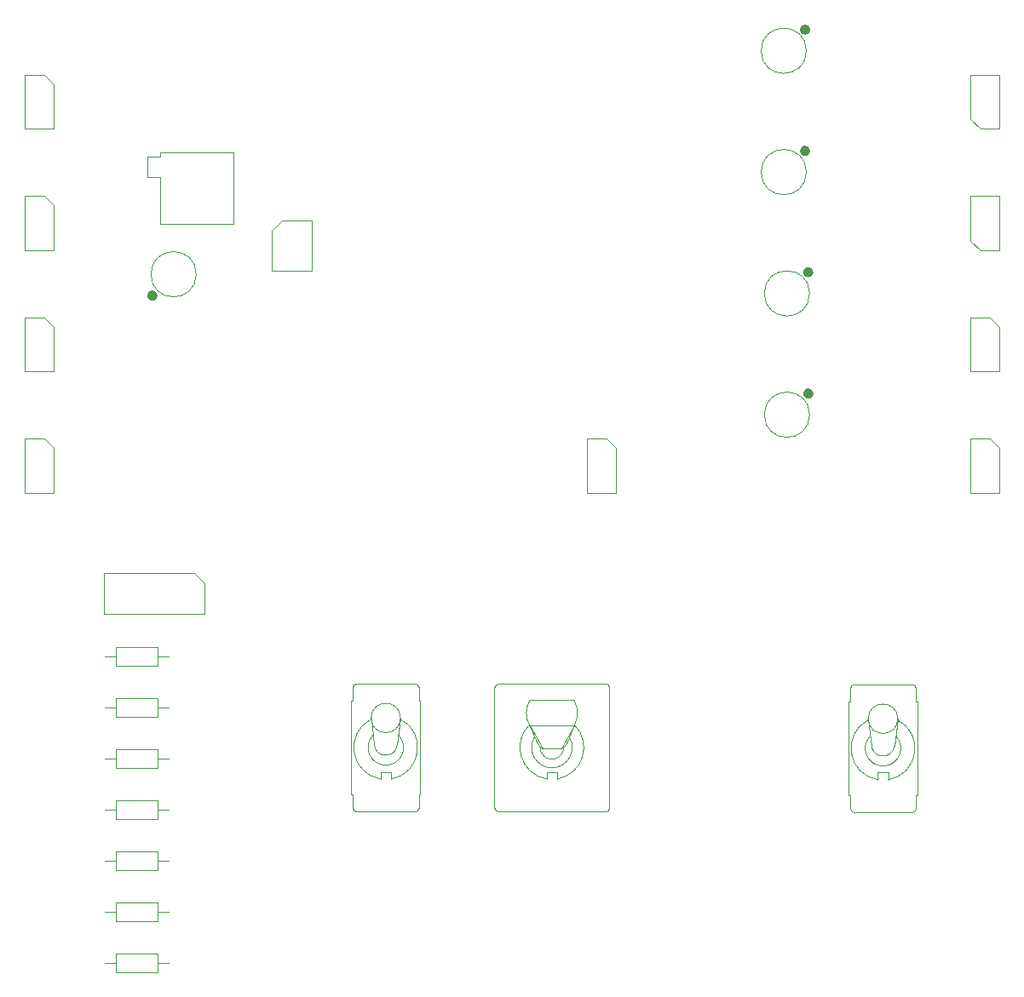
<source format=gbr>
G04 DipTrace 4.3.0.5*
G04 TopAssembly.gbr*
%MOMM*%
G04 #@! TF.FileFunction,Drawing,Top*
G04 #@! TF.Part,Single*
%ADD13C,0.12*%
%FSLAX35Y35*%
G04*
G71*
G90*
G75*
G01*
G04 TopAssy*
%LPD*%
X-4651000Y4461000D2*
D13*
X-4556000Y4366000D1*
Y3921000D1*
X-4842000D1*
Y4461000D1*
X-4651000D1*
X-1402247Y-1935553D2*
G02X-1402247Y-1935553I146000J0D01*
G01*
X-1386480Y-2110427D2*
G03X-1128413Y-2107853I130234J-119126D01*
G01*
X-913247Y-2229553D2*
Y-2696953D1*
X-926247D1*
Y-2823953D1*
X-937947Y-2852653D1*
X-966247Y-2864553D1*
X-1546247D1*
X-1574547Y-2852653D1*
X-1586247Y-2823953D1*
Y-2696953D1*
X-1599247D1*
Y-2229553D1*
Y-1762153D1*
X-1586247D1*
Y-1635153D1*
X-1574547Y-1606453D1*
X-1546247Y-1594553D1*
X-966247D1*
X-937947Y-1606453D1*
X-926247Y-1635153D1*
Y-1762153D1*
X-913247D1*
Y-2229553D1*
X-1402663Y-1947830D2*
G03X-1307260Y-2542930I146418J-281724D01*
G01*
X-1205260Y-2542773D2*
G03X-1113577Y-1946090I-50988J313220D01*
G01*
X-1307247Y-2542853D2*
Y-2471853D1*
X-1205247D1*
Y-2542853D1*
X-1370900Y-2199353D2*
G03X-1142247Y-2206553I114654J6799D01*
G01*
X-1370247D2*
X-1402247Y-1935553D1*
X-1142247Y-2206553D2*
X-1110247Y-1935553D1*
X170317Y-2004977D2*
G03X343740Y-2542930I224437J-224577D01*
G01*
X445740Y-2542773D2*
G03X620273Y-2006290I-50988J313220D01*
G01*
X343753Y-2542853D2*
Y-2471853D1*
X445753D1*
Y-2542853D1*
X221143Y-2126287D2*
G03X570323Y-2129660I173609J-103266D01*
G01*
X277600Y-2222110D2*
G03X512057Y-2224983I117155J-7445D01*
G01*
X490053Y-2239130D2*
X614753Y-2013380D1*
X174753D1*
X299453Y-2239130D1*
X490053D1*
X299463Y-2239170D2*
X272687Y-2218320D1*
X257187Y-2200120D1*
X249487Y-2187520D1*
X242787Y-2173620D1*
X170443Y-2005137D1*
X489443Y-2238573D2*
X516193Y-2217747D1*
X531693Y-2199547D1*
X539393Y-2186947D1*
X546093Y-2173047D1*
X619663Y-2005733D1*
X173217Y-1762590D2*
G03X173153Y-2010403I219929J-123963D01*
G01*
X616290Y-2010517D2*
G03X616353Y-1762703I-219929J123963D01*
G01*
X174753Y-1759553D2*
X614753D1*
X966253Y-2229553D2*
Y-2696553D1*
Y-2823553D1*
X954753Y-2852553D1*
X925753Y-2864553D1*
X-136247D1*
X-165247Y-2852553D1*
X-176747Y-2823553D1*
Y-2229553D1*
Y-1762553D1*
Y-1635553D1*
X-165247Y-1606553D1*
X-136247Y-1594553D1*
X925753D1*
X954753Y-1606553D1*
X966253Y-1635553D1*
Y-2229553D1*
X-3056000Y-898500D2*
X-4056000D1*
Y-498500D1*
X-3156000D1*
X-3056000Y-598500D1*
Y-898500D1*
X-3937747Y-1230753D2*
Y-1420753D1*
X-3527747D1*
Y-1230753D1*
X-3937747D1*
X-4052747Y-1325753D2*
X-3937747D1*
X-3527747D2*
X-3412747D1*
X-3937747Y-1738753D2*
Y-1928753D1*
X-3527747D1*
Y-1738753D1*
X-3937747D1*
X-4052747Y-1833753D2*
X-3937747D1*
X-3527747D2*
X-3412747D1*
X-3937747Y-2246753D2*
Y-2436753D1*
X-3527747D1*
Y-2246753D1*
X-3937747D1*
X-4052747Y-2341753D2*
X-3937747D1*
X-3527747D2*
X-3412747D1*
X-3937747Y-2754753D2*
Y-2944753D1*
X-3527747D1*
Y-2754753D1*
X-3937747D1*
X-4052747Y-2849753D2*
X-3937747D1*
X-3527747D2*
X-3412747D1*
X-3937747Y-3262753D2*
Y-3452753D1*
X-3527747D1*
Y-3262753D1*
X-3937747D1*
X-4052747Y-3357753D2*
X-3937747D1*
X-3527747D2*
X-3412747D1*
X-3937747Y-3770753D2*
Y-3960753D1*
X-3527747D1*
Y-3770753D1*
X-3937747D1*
X-4052747Y-3865753D2*
X-3937747D1*
X-3527747D2*
X-3412747D1*
X-3937747Y-4278753D2*
Y-4468753D1*
X-3527747D1*
Y-4278753D1*
X-3937747D1*
X-4052747Y-4373753D2*
X-3937747D1*
X-3527747D2*
X-3412747D1*
X3539267Y-1943300D2*
G02X3539267Y-1943300I146000J0D01*
G01*
X3555033Y-2118173D2*
G03X3813100Y-2115600I130234J-119126D01*
G01*
X4028267Y-2237300D2*
Y-2704700D1*
X4015267D1*
Y-2831700D1*
X4003567Y-2860400D1*
X3975267Y-2872300D1*
X3395267D1*
X3366967Y-2860400D1*
X3355267Y-2831700D1*
Y-2704700D1*
X3342267D1*
Y-2237300D1*
Y-1769900D1*
X3355267D1*
Y-1642900D1*
X3366967Y-1614200D1*
X3395267Y-1602300D1*
X3975267D1*
X4003567Y-1614200D1*
X4015267Y-1642900D1*
Y-1769900D1*
X4028267D1*
Y-2237300D1*
X3538850Y-1955577D2*
G03X3634253Y-2550677I146418J-281724D01*
G01*
X3736253Y-2550520D2*
G03X3827937Y-1953837I-50988J313220D01*
G01*
X3634267Y-2550600D2*
Y-2479600D1*
X3736267D1*
Y-2550600D1*
X3570613Y-2207100D2*
G03X3799267Y-2214300I114654J6799D01*
G01*
X3571267D2*
X3539267Y-1943300D1*
X3799267Y-2214300D2*
X3831267Y-1943300D1*
X-4651000Y3254500D2*
X-4556000Y3159500D1*
Y2714500D1*
X-4842000D1*
Y3254500D1*
X-4651000D1*
X2473750Y3492500D2*
G02X2473750Y3492500I225000J0D01*
G01*
G36*
X2910177Y3753927D2*
X2916703Y3753499D1*
X2923118Y3752223D1*
X2929311Y3750121D1*
X2935177Y3747228D1*
X2940615Y3743594D1*
X2945532Y3739282D1*
X2949844Y3734365D1*
X2953478Y3728927D1*
X2956371Y3723061D1*
X2958473Y3716868D1*
X2959749Y3710453D1*
X2960177Y3703927D1*
X2959749Y3697400D1*
X2958473Y3690986D1*
X2956371Y3684792D1*
X2953478Y3678927D1*
X2949844Y3673489D1*
X2945532Y3668571D1*
X2940615Y3664259D1*
X2935177Y3660625D1*
X2929311Y3657733D1*
X2923118Y3655630D1*
X2916703Y3654354D1*
X2910177Y3653927D1*
D1*
X2903650Y3654354D1*
X2897236Y3655630D1*
X2891042Y3657733D1*
X2885177Y3660625D1*
X2879739Y3664259D1*
X2874821Y3668571D1*
X2870509Y3673489D1*
X2866875Y3678927D1*
X2863983Y3684792D1*
X2861880Y3690986D1*
X2860604Y3697400D1*
X2860177Y3703927D1*
X2860604Y3710453D1*
X2861880Y3716868D1*
X2863983Y3723061D1*
X2866875Y3728927D1*
X2870509Y3734365D1*
X2874821Y3739282D1*
X2879739Y3743594D1*
X2885177Y3747228D1*
X2891042Y3750121D1*
X2897236Y3752223D1*
X2903650Y3753499D1*
X2910177Y3753927D1*
D1*
G37*
X2505500Y1079500D2*
D13*
G02X2505500Y1079500I225000J0D01*
G01*
G36*
X2941927Y1340927D2*
X2948453Y1340499D1*
X2954868Y1339223D1*
X2961061Y1337121D1*
X2966927Y1334228D1*
X2972365Y1330594D1*
X2977282Y1326282D1*
X2981594Y1321365D1*
X2985228Y1315927D1*
X2988121Y1310061D1*
X2990223Y1303868D1*
X2991499Y1297453D1*
X2991927Y1290927D1*
X2991499Y1284400D1*
X2990223Y1277986D1*
X2988121Y1271792D1*
X2985228Y1265927D1*
X2981594Y1260489D1*
X2977282Y1255571D1*
X2972365Y1251259D1*
X2966927Y1247625D1*
X2961061Y1244733D1*
X2954868Y1242630D1*
X2948453Y1241354D1*
X2941927Y1240927D1*
D1*
X2935400Y1241354D1*
X2928986Y1242630D1*
X2922792Y1244733D1*
X2916927Y1247625D1*
X2911489Y1251259D1*
X2906571Y1255571D1*
X2902259Y1260489D1*
X2898625Y1265927D1*
X2895733Y1271792D1*
X2893630Y1277986D1*
X2892354Y1284400D1*
X2891927Y1290927D1*
X2892354Y1297453D1*
X2893630Y1303868D1*
X2895733Y1310061D1*
X2898625Y1315927D1*
X2902259Y1321365D1*
X2906571Y1326282D1*
X2911489Y1330594D1*
X2916927Y1334228D1*
X2922792Y1337121D1*
X2928986Y1339223D1*
X2935400Y1340499D1*
X2941927Y1340927D1*
D1*
G37*
X2473750Y4699000D2*
D13*
G02X2473750Y4699000I225000J0D01*
G01*
G36*
X2910177Y4960427D2*
X2916703Y4959999D1*
X2923118Y4958723D1*
X2929311Y4956621D1*
X2935177Y4953728D1*
X2940615Y4950094D1*
X2945532Y4945782D1*
X2949844Y4940865D1*
X2953478Y4935427D1*
X2956371Y4929561D1*
X2958473Y4923368D1*
X2959749Y4916953D1*
X2960177Y4910427D1*
X2959749Y4903900D1*
X2958473Y4897486D1*
X2956371Y4891292D1*
X2953478Y4885427D1*
X2949844Y4879989D1*
X2945532Y4875071D1*
X2940615Y4870759D1*
X2935177Y4867125D1*
X2929311Y4864233D1*
X2923118Y4862130D1*
X2916703Y4860854D1*
X2910177Y4860427D1*
D1*
X2903650Y4860854D1*
X2897236Y4862130D1*
X2891042Y4864233D1*
X2885177Y4867125D1*
X2879739Y4870759D1*
X2874821Y4875071D1*
X2870509Y4879989D1*
X2866875Y4885427D1*
X2863983Y4891292D1*
X2861880Y4897486D1*
X2860604Y4903900D1*
X2860177Y4910427D1*
X2860604Y4916953D1*
X2861880Y4923368D1*
X2863983Y4929561D1*
X2866875Y4935427D1*
X2870509Y4940865D1*
X2874821Y4945782D1*
X2879739Y4950094D1*
X2885177Y4953728D1*
X2891042Y4956621D1*
X2897236Y4958723D1*
X2903650Y4959999D1*
X2910177Y4960427D1*
D1*
G37*
X2505500Y2286000D2*
D13*
G02X2505500Y2286000I225000J0D01*
G01*
G36*
X2941927Y2547427D2*
X2948453Y2546999D1*
X2954868Y2545723D1*
X2961061Y2543621D1*
X2966927Y2540728D1*
X2972365Y2537094D1*
X2977282Y2532782D1*
X2981594Y2527865D1*
X2985228Y2522427D1*
X2988121Y2516561D1*
X2990223Y2510368D1*
X2991499Y2503953D1*
X2991927Y2497427D1*
X2991499Y2490900D1*
X2990223Y2484486D1*
X2988121Y2478292D1*
X2985228Y2472427D1*
X2981594Y2466989D1*
X2977282Y2462071D1*
X2972365Y2457759D1*
X2966927Y2454125D1*
X2961061Y2451233D1*
X2954868Y2449130D1*
X2948453Y2447854D1*
X2941927Y2447427D1*
D1*
X2935400Y2447854D1*
X2928986Y2449130D1*
X2922792Y2451233D1*
X2916927Y2454125D1*
X2911489Y2457759D1*
X2906571Y2462071D1*
X2902259Y2466989D1*
X2898625Y2472427D1*
X2895733Y2478292D1*
X2893630Y2484486D1*
X2892354Y2490900D1*
X2891927Y2497427D1*
X2892354Y2503953D1*
X2893630Y2510368D1*
X2895733Y2516561D1*
X2898625Y2522427D1*
X2902259Y2527865D1*
X2906571Y2532782D1*
X2911489Y2537094D1*
X2916927Y2540728D1*
X2922792Y2543621D1*
X2928986Y2545723D1*
X2935400Y2546999D1*
X2941927Y2547427D1*
D1*
G37*
X4651000Y2714500D2*
D13*
X4556000Y2809500D1*
Y3254500D1*
X4842000D1*
Y2714500D1*
X4651000D1*
X-4651000Y2048000D2*
X-4556000Y1953000D1*
Y1508000D1*
X-4842000D1*
Y2048000D1*
X-4651000D1*
X4747000D2*
X4842000Y1953000D1*
Y1508000D1*
X4556000D1*
Y2048000D1*
X4747000D1*
X4651000Y3921000D2*
X4556000Y4016000D1*
Y4461000D1*
X4842000D1*
Y3921000D1*
X4651000D1*
X-4651000Y841500D2*
X-4556000Y746500D1*
Y301500D1*
X-4842000D1*
Y841500D1*
X-4651000D1*
X4747000D2*
X4842000Y746500D1*
Y301500D1*
X4556000D1*
Y841500D1*
X4747000D1*
X-2769750Y3688250D2*
Y2979250D1*
X-3498750D1*
Y3445750D1*
X-3625750D1*
Y3648750D1*
X-3498750D1*
Y3688250D1*
X-2769750D1*
X-1990750Y3012250D2*
Y2512250D1*
X-2390750D1*
Y2912250D1*
X-2290750Y3012250D1*
X-1990750D1*
X-3590500Y2476500D2*
G02X-3590500Y2476500I225000J0D01*
G01*
G36*
X-3576927Y2215073D2*
X-3583453Y2215501D1*
X-3589868Y2216777D1*
X-3596061Y2218879D1*
X-3601927Y2221772D1*
X-3607365Y2225406D1*
X-3612282Y2229718D1*
X-3616594Y2234635D1*
X-3620228Y2240073D1*
X-3623121Y2245939D1*
X-3625223Y2252132D1*
X-3626499Y2258547D1*
X-3626927Y2265073D1*
X-3626499Y2271600D1*
X-3625223Y2278014D1*
X-3623121Y2284208D1*
X-3620228Y2290073D1*
X-3616594Y2295511D1*
X-3612282Y2300429D1*
X-3607365Y2304741D1*
X-3601927Y2308375D1*
X-3596061Y2311267D1*
X-3589868Y2313370D1*
X-3583453Y2314646D1*
X-3576927Y2315073D1*
D1*
X-3570400Y2314646D1*
X-3563986Y2313370D1*
X-3557792Y2311267D1*
X-3551927Y2308375D1*
X-3546489Y2304741D1*
X-3541571Y2300429D1*
X-3537259Y2295511D1*
X-3533625Y2290073D1*
X-3530733Y2284208D1*
X-3528630Y2278014D1*
X-3527354Y2271600D1*
X-3526927Y2265073D1*
X-3527354Y2258547D1*
X-3528630Y2252132D1*
X-3530733Y2245939D1*
X-3533625Y2240073D1*
X-3537259Y2234635D1*
X-3541571Y2229718D1*
X-3546489Y2225406D1*
X-3551927Y2221772D1*
X-3557792Y2218879D1*
X-3563986Y2216777D1*
X-3570400Y2215501D1*
X-3576927Y2215073D1*
D1*
G37*
X937000Y841500D2*
D13*
X1032000Y746500D1*
Y301500D1*
X746000D1*
Y841500D1*
X937000D1*
M02*

</source>
